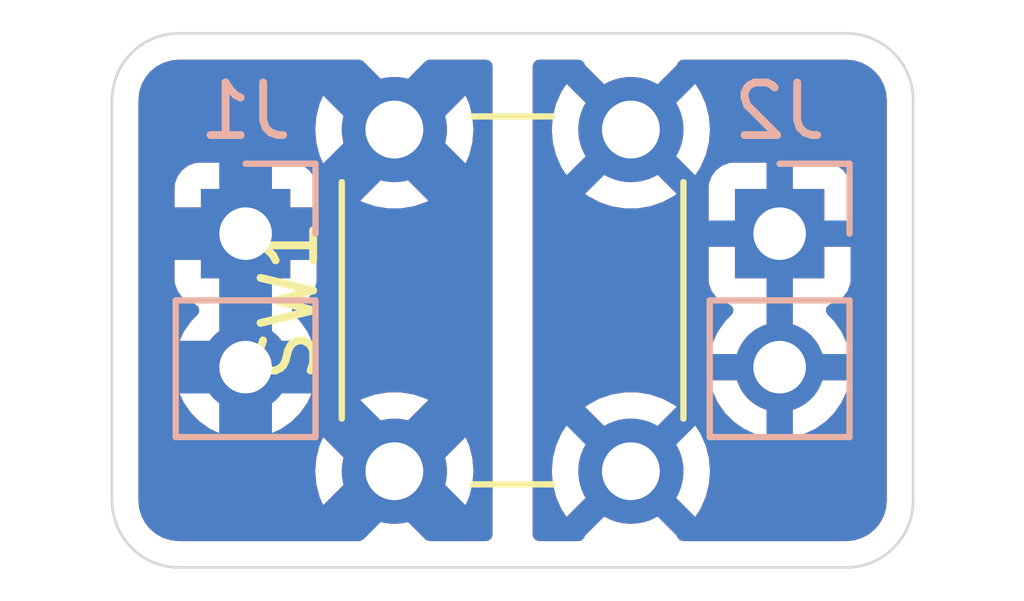
<source format=kicad_pcb>
(kicad_pcb (version 20240108) (generator "pcbnew") (generator_version "8.0")
  (title_block (title "Breadboard Tactile Push Button") (date "2024-06-14") (company "Perry Leumas"))
  (layers (0 "F.Cu" signal) (31 "B.Cu" signal) (34 "B.Paste" user) (35 "F.Paste" user) (36 "B.SilkS" user "B.Silkscreen") (37 "F.SilkS" user "F.Silkscreen") (38 "B.Mask" user) (39 "F.Mask" user) (44 "Edge.Cuts" user))
  (net 0 "")
  (net 1 "Net-(J1-Pin_1)")
  (net 2 "Net-(J2-Pin_1)")
  (footprint "Button_Switch_THT:SW_PUSH_6mm" (layer "F.Cu") (at 170.47 55.32 90)
    (property "Reference" "SW1" (at 3.25 -2 90) (layer "F.SilkS"))
    (property "Value" "SW_Push")
    (fp_line (start 5.5 -1) (end 1 -1) (stroke (width 0.12)) (layer "F.SilkS"))
    (fp_line (start -0.25 1.5) (end -0.25 3) (stroke (width 0.12)) (layer "F.SilkS"))
    (fp_line (start 6.75 3) (end 6.75 1.5) (stroke (width 0.12)) (layer "F.SilkS"))
    (fp_line (start 1 5.5) (end 5.5 5.5) (stroke (width 0.12)) (layer "F.SilkS"))
    (pad "1" thru_hole circle (at 0 0 180) (size 2 2) (drill 1.1) (layers "*.Cu" "*.Mask") (net 1 "Net-(J1-Pin_1)"))
    (pad "1" thru_hole circle (at 6.5 0 180) (size 2 2) (drill 1.1) (layers "*.Cu" "*.Mask") (net 1 "Net-(J1-Pin_1)"))
    (pad "2" thru_hole circle (at 0 4.5 180) (size 2 2) (drill 1.1) (layers "*.Cu" "*.Mask") (net 2 "Net-(J2-Pin_1)"))
    (pad "2" thru_hole circle (at 6.5 4.5 180) (size 2 2) (drill 1.1) (layers "*.Cu" "*.Mask") (net 2 "Net-(J2-Pin_1)"))
  )
  (footprint "Connector_PinHeader_2.54mm:PinHeader_1x02_P2.54mm_Vertical" (layer "B.Cu") (at 167.64 50.8 180)
    (property "Reference" "J1" (at 0 2.33 0) (layer "B.SilkS") (effects (justify mirror)))
    (property "Value" "Conn_01x02")
    (fp_line (start 1.33 -1.27) (end -1.33 -1.27) (stroke (width 0.12)) (layer "B.SilkS"))
    (fp_line (start 1.33 -3.87) (end 1.33 -1.27) (stroke (width 0.12)) (layer "B.SilkS"))
    (fp_line (start 1.33 -3.87) (end -1.33 -3.87) (stroke (width 0.12)) (layer "B.SilkS"))
    (fp_line (start 0 1.33) (end -1.33 1.33) (stroke (width 0.12)) (layer "B.SilkS"))
    (fp_line (start -1.33 1.33) (end -1.33 0) (stroke (width 0.12)) (layer "B.SilkS"))
    (fp_line (start -1.33 -3.87) (end -1.33 -1.27) (stroke (width 0.12)) (layer "B.SilkS"))
    (pad "1" thru_hole rect (at 0 0 180) (size 1.7 1.7) (drill 1) (layers "*.Cu" "*.Mask") (net 1 "Net-(J1-Pin_1)"))
    (pad "2" thru_hole oval (at 0 -2.54 180) (size 1.7 1.7) (drill 1) (layers "*.Cu" "*.Mask") (net 1 "Net-(J1-Pin_1)"))
  )
  (footprint "Connector_PinHeader_2.54mm:PinHeader_1x02_P2.54mm_Vertical" (layer "B.Cu") (at 177.8 50.8 180)
    (property "Reference" "J2" (at 0 2.33 0) (layer "B.SilkS") (effects (justify mirror)))
    (property "Value" "Conn_01x02")
    (fp_line (start 1.33 -1.27) (end -1.33 -1.27) (stroke (width 0.12)) (layer "B.SilkS"))
    (fp_line (start 1.33 -3.87) (end 1.33 -1.27) (stroke (width 0.12)) (layer "B.SilkS"))
    (fp_line (start 1.33 -3.87) (end -1.33 -3.87) (stroke (width 0.12)) (layer "B.SilkS"))
    (fp_line (start 0 1.33) (end -1.33 1.33) (stroke (width 0.12)) (layer "B.SilkS"))
    (fp_line (start -1.33 1.33) (end -1.33 0) (stroke (width 0.12)) (layer "B.SilkS"))
    (fp_line (start -1.33 -3.87) (end -1.33 -1.27) (stroke (width 0.12)) (layer "B.SilkS"))
    (pad "1" thru_hole rect (at 0 0 180) (size 1.7 1.7) (drill 1) (layers "*.Cu" "*.Mask") (net 2 "Net-(J2-Pin_1)"))
    (pad "2" thru_hole oval (at 0 -2.54 180) (size 1.7 1.7) (drill 1) (layers "*.Cu" "*.Mask") (net 2 "Net-(J2-Pin_1)"))
  )
  (gr_line (start 180.34 48.26) (end 180.34 55.88) (stroke (width 0.05)) (layer "Edge.Cuts"))
  (gr_arc (start 180.34 55.88) (mid 179.968026 56.778026) (end 179.07 57.15) (stroke (width 0.05)) (layer "Edge.Cuts"))
  (gr_line (start 179.07 57.15) (end 166.37 57.15) (stroke (width 0.05)) (layer "Edge.Cuts"))
  (gr_arc (start 165.1 48.26) (mid 165.471974 47.361974) (end 166.37 46.99) (stroke (width 0.05)) (layer "Edge.Cuts"))
  (gr_arc (start 179.07 46.99) (mid 179.968026 47.361974) (end 180.34 48.26) (stroke (width 0.05)) (layer "Edge.Cuts"))
  (gr_line (start 165.1 55.88) (end 165.1 48.26) (stroke (width 0.05)) (layer "Edge.Cuts"))
  (gr_arc (start 166.37 57.15) (mid 165.471974 56.778026) (end 165.1 55.88) (stroke (width 0.05)) (layer "Edge.Cuts"))
  (gr_line (start 166.37 46.99) (end 179.07 46.99) (stroke (width 0.05)) (layer "Edge.Cuts"))
  (zone (net 1) (net_name "Net-(J1-Pin_1)") (layers "F&B.Cu") (connect_pads (clearance 0.5)) (min_thickness 0.25) (fill yes (thermal_gap 0.5) (thermal_bridge_width 1))
    (polygon (pts (xy 164.465 46.355) (xy 172.339 46.355) (xy 172.339 57.785) (xy 164.465 57.785)))
  )
  (zone (net 2) (net_name "Net-(J2-Pin_1)") (layers "F&B.Cu") (priority 1) (connect_pads (clearance 0.5)) (min_thickness 0.25) (fill yes (thermal_gap 0.5) (thermal_bridge_width 0.5))
    (polygon (pts (xy 180.975 46.355) (xy 173.101 46.355) (xy 173.101 57.785) (xy 180.975 57.785)))
  )
)
</source>
